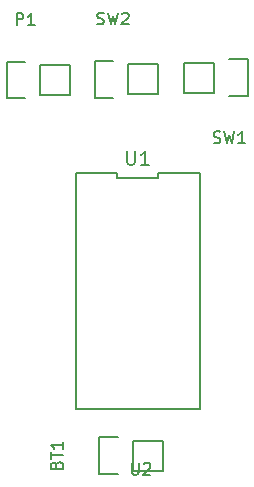
<source format=gbr>
G04 #@! TF.FileFunction,Legend,Top*
%FSLAX46Y46*%
G04 Gerber Fmt 4.6, Leading zero omitted, Abs format (unit mm)*
G04 Created by KiCad (PCBNEW 4.0.2+dfsg1-stable) date Mon 27 Feb 2017 07:22:47 PM EST*
%MOMM*%
G01*
G04 APERTURE LIST*
%ADD10C,0.100000*%
%ADD11C,0.150000*%
G04 APERTURE END LIST*
D10*
D11*
X115353500Y-84354000D02*
X116903500Y-84354000D01*
X120713500Y-84074000D02*
X118173500Y-84074000D01*
X118173500Y-84074000D02*
X118173500Y-81534000D01*
X116903500Y-81254000D02*
X115353500Y-81254000D01*
X115353500Y-81254000D02*
X115353500Y-84354000D01*
X118173500Y-81534000D02*
X120713500Y-81534000D01*
X120713500Y-81534000D02*
X120713500Y-84074000D01*
X135725500Y-81063500D02*
X134175500Y-81063500D01*
X130365500Y-81343500D02*
X132905500Y-81343500D01*
X132905500Y-81343500D02*
X132905500Y-83883500D01*
X134175500Y-84163500D02*
X135725500Y-84163500D01*
X135725500Y-84163500D02*
X135725500Y-81063500D01*
X132905500Y-83883500D02*
X130365500Y-83883500D01*
X130365500Y-83883500D02*
X130365500Y-81343500D01*
X122783000Y-84290500D02*
X124333000Y-84290500D01*
X128143000Y-84010500D02*
X125603000Y-84010500D01*
X125603000Y-84010500D02*
X125603000Y-81470500D01*
X124333000Y-81190500D02*
X122783000Y-81190500D01*
X122783000Y-81190500D02*
X122783000Y-84290500D01*
X125603000Y-81470500D02*
X128143000Y-81470500D01*
X128143000Y-81470500D02*
X128143000Y-84010500D01*
X121168501Y-90657500D02*
X121168500Y-110637500D01*
X121168500Y-110637500D02*
X131688499Y-110637500D01*
X131688499Y-110637500D02*
X131688500Y-90657500D01*
X131688500Y-90657500D02*
X128181833Y-90657500D01*
X128181833Y-90657500D02*
X128181833Y-91107500D01*
X128181833Y-91107500D02*
X124675167Y-91107500D01*
X124675167Y-91107500D02*
X124675167Y-90657500D01*
X124675167Y-90657500D02*
X121168501Y-90657500D01*
X125984000Y-113347500D02*
X128524000Y-113347500D01*
X123164000Y-113067500D02*
X124714000Y-113067500D01*
X125984000Y-113347500D02*
X125984000Y-115887500D01*
X124714000Y-116167500D02*
X123164000Y-116167500D01*
X123164000Y-116167500D02*
X123164000Y-113067500D01*
X125984000Y-115887500D02*
X128524000Y-115887500D01*
X128524000Y-115887500D02*
X128524000Y-113347500D01*
X116165405Y-78156381D02*
X116165405Y-77156381D01*
X116546358Y-77156381D01*
X116641596Y-77204000D01*
X116689215Y-77251619D01*
X116736834Y-77346857D01*
X116736834Y-77489714D01*
X116689215Y-77584952D01*
X116641596Y-77632571D01*
X116546358Y-77680190D01*
X116165405Y-77680190D01*
X117689215Y-78156381D02*
X117117786Y-78156381D01*
X117403500Y-78156381D02*
X117403500Y-77156381D01*
X117308262Y-77299238D01*
X117213024Y-77394476D01*
X117117786Y-77442095D01*
X132842167Y-88118262D02*
X132985024Y-88165881D01*
X133223120Y-88165881D01*
X133318358Y-88118262D01*
X133365977Y-88070643D01*
X133413596Y-87975405D01*
X133413596Y-87880167D01*
X133365977Y-87784929D01*
X133318358Y-87737310D01*
X133223120Y-87689690D01*
X133032643Y-87642071D01*
X132937405Y-87594452D01*
X132889786Y-87546833D01*
X132842167Y-87451595D01*
X132842167Y-87356357D01*
X132889786Y-87261119D01*
X132937405Y-87213500D01*
X133032643Y-87165881D01*
X133270739Y-87165881D01*
X133413596Y-87213500D01*
X133746929Y-87165881D02*
X133985024Y-88165881D01*
X134175501Y-87451595D01*
X134365977Y-88165881D01*
X134604072Y-87165881D01*
X135508834Y-88165881D02*
X134937405Y-88165881D01*
X135223119Y-88165881D02*
X135223119Y-87165881D01*
X135127881Y-87308738D01*
X135032643Y-87403976D01*
X134937405Y-87451595D01*
X122999667Y-78045262D02*
X123142524Y-78092881D01*
X123380620Y-78092881D01*
X123475858Y-78045262D01*
X123523477Y-77997643D01*
X123571096Y-77902405D01*
X123571096Y-77807167D01*
X123523477Y-77711929D01*
X123475858Y-77664310D01*
X123380620Y-77616690D01*
X123190143Y-77569071D01*
X123094905Y-77521452D01*
X123047286Y-77473833D01*
X122999667Y-77378595D01*
X122999667Y-77283357D01*
X123047286Y-77188119D01*
X123094905Y-77140500D01*
X123190143Y-77092881D01*
X123428239Y-77092881D01*
X123571096Y-77140500D01*
X123904429Y-77092881D02*
X124142524Y-78092881D01*
X124333001Y-77378595D01*
X124523477Y-78092881D01*
X124761572Y-77092881D01*
X125094905Y-77188119D02*
X125142524Y-77140500D01*
X125237762Y-77092881D01*
X125475858Y-77092881D01*
X125571096Y-77140500D01*
X125618715Y-77188119D01*
X125666334Y-77283357D01*
X125666334Y-77378595D01*
X125618715Y-77521452D01*
X125047286Y-78092881D01*
X125666334Y-78092881D01*
X125514214Y-88800357D02*
X125514214Y-89771786D01*
X125571357Y-89886071D01*
X125628500Y-89943214D01*
X125742786Y-90000357D01*
X125971357Y-90000357D01*
X126085643Y-89943214D01*
X126142786Y-89886071D01*
X126199929Y-89771786D01*
X126199929Y-88800357D01*
X127399929Y-90000357D02*
X126714214Y-90000357D01*
X127057072Y-90000357D02*
X127057072Y-88800357D01*
X126942786Y-88971786D01*
X126828500Y-89086071D01*
X126714214Y-89143214D01*
X125935095Y-115209381D02*
X125935095Y-116018905D01*
X125982714Y-116114143D01*
X126030333Y-116161762D01*
X126125571Y-116209381D01*
X126316048Y-116209381D01*
X126411286Y-116161762D01*
X126458905Y-116114143D01*
X126506524Y-116018905D01*
X126506524Y-115209381D01*
X126935095Y-115304619D02*
X126982714Y-115257000D01*
X127077952Y-115209381D01*
X127316048Y-115209381D01*
X127411286Y-115257000D01*
X127458905Y-115304619D01*
X127506524Y-115399857D01*
X127506524Y-115495095D01*
X127458905Y-115637952D01*
X126887476Y-116209381D01*
X127506524Y-116209381D01*
X119542571Y-115403214D02*
X119590190Y-115260357D01*
X119637810Y-115212738D01*
X119733048Y-115165119D01*
X119875905Y-115165119D01*
X119971143Y-115212738D01*
X120018762Y-115260357D01*
X120066381Y-115355595D01*
X120066381Y-115736548D01*
X119066381Y-115736548D01*
X119066381Y-115403214D01*
X119114000Y-115307976D01*
X119161619Y-115260357D01*
X119256857Y-115212738D01*
X119352095Y-115212738D01*
X119447333Y-115260357D01*
X119494952Y-115307976D01*
X119542571Y-115403214D01*
X119542571Y-115736548D01*
X119066381Y-114879405D02*
X119066381Y-114307976D01*
X120066381Y-114593691D02*
X119066381Y-114593691D01*
X120066381Y-113450833D02*
X120066381Y-114022262D01*
X120066381Y-113736548D02*
X119066381Y-113736548D01*
X119209238Y-113831786D01*
X119304476Y-113927024D01*
X119352095Y-114022262D01*
M02*

</source>
